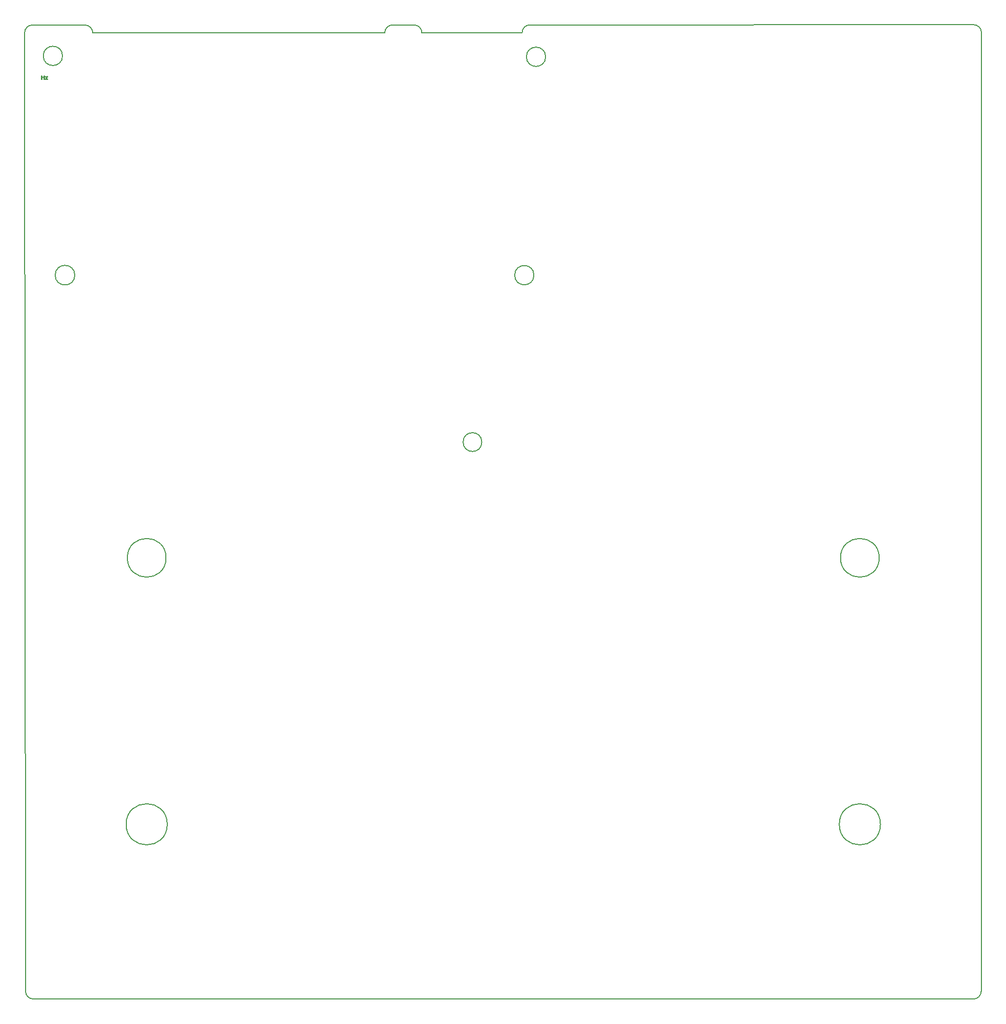
<source format=gbp>
G04 #@! TF.GenerationSoftware,KiCad,Pcbnew,(5.1.5)-3*
G04 #@! TF.CreationDate,2020-08-17T08:43:25+02:00*
G04 #@! TF.ProjectId,carecasetester,63617265-6361-4736-9574-65737465722e,rev?*
G04 #@! TF.SameCoordinates,Original*
G04 #@! TF.FileFunction,Paste,Bot*
G04 #@! TF.FilePolarity,Positive*
%FSLAX46Y46*%
G04 Gerber Fmt 4.6, Leading zero omitted, Abs format (unit mm)*
G04 Created by KiCad (PCBNEW (5.1.5)-3) date 2020-08-17 08:43:25*
%MOMM*%
%LPD*%
G04 APERTURE LIST*
G04 #@! TA.AperFunction,Profile*
%ADD10C,0.200000*%
G04 #@! TD*
%ADD11C,0.150000*%
G04 APERTURE END LIST*
D10*
X234040000Y-9300000D02*
X160610000Y-9330000D01*
X235330000Y-10590000D02*
X235290000Y-169120000D01*
X78440000Y-170400000D02*
X234000000Y-170410000D01*
X77000000Y-10640000D02*
X77150000Y-169110000D01*
X78290000Y-9350000D02*
X87000000Y-9350000D01*
X77000000Y-10640000D02*
G75*
G02X78290000Y-9350000I1290000J0D01*
G01*
X78440000Y-170400000D02*
G75*
G02X77150000Y-169110000I0J1290000D01*
G01*
X235290000Y-169120000D02*
G75*
G02X234000000Y-170410000I-1290000J0D01*
G01*
X234040000Y-9300000D02*
G75*
G02X235330000Y-10590000I0J-1290000D01*
G01*
X137890000Y-9330000D02*
X141450000Y-9330000D01*
X136600000Y-10620000D02*
X88290000Y-10640000D01*
X136600000Y-10620000D02*
G75*
G02X137890000Y-9330000I1290000J0D01*
G01*
X87000000Y-9350000D02*
G75*
G02X88290000Y-10640000I0J-1290000D01*
G01*
X142740000Y-10620000D02*
X159320000Y-10620000D01*
X159320000Y-10620000D02*
G75*
G02X160610000Y-9330000I1290000J0D01*
G01*
X141450000Y-9330000D02*
G75*
G02X142740000Y-10620000I0J-1290000D01*
G01*
X83280000Y-14450000D02*
G75*
G03X83280000Y-14450000I-1591897J0D01*
G01*
X163220000Y-14600000D02*
G75*
G03X163220000Y-14600000I-1590000J0D01*
G01*
X161280283Y-50710000D02*
G75*
G03X161280283Y-50710000I-1592180J0D01*
G01*
X85310123Y-50710000D02*
G75*
G03X85310123Y-50710000I-1622020J0D01*
G01*
X152660000Y-78311679D02*
G75*
G03X152660000Y-78311679I-1550000J0D01*
G01*
X100610000Y-141520000D02*
G75*
G03X100610000Y-141520000I-3400000J0D01*
G01*
X218610000Y-141520000D02*
G75*
G03X218610000Y-141520000I-3400000J0D01*
G01*
X218410000Y-97450000D02*
G75*
G03X218410000Y-97450000I-3200000J0D01*
G01*
X100410000Y-97450000D02*
G75*
G03X100410000Y-97450000I-3200000J0D01*
G01*
D11*
G04 #@! TO.C,REF\002A\002A*
G36*
X80839901Y-18230241D02*
G01*
X80844755Y-18230961D01*
X80849514Y-18232153D01*
X80854134Y-18233806D01*
X80858570Y-18235904D01*
X80862779Y-18238427D01*
X80866720Y-18241349D01*
X80870355Y-18244645D01*
X80873651Y-18248280D01*
X80876573Y-18252221D01*
X80879096Y-18256430D01*
X80881194Y-18260866D01*
X80882847Y-18265486D01*
X80884039Y-18270245D01*
X80884759Y-18275099D01*
X80885000Y-18280000D01*
X80885000Y-18380000D01*
X80884759Y-18384901D01*
X80884039Y-18389755D01*
X80882847Y-18394514D01*
X80881194Y-18399134D01*
X80879096Y-18403570D01*
X80876573Y-18407779D01*
X80873651Y-18411720D01*
X80870355Y-18415355D01*
X80866720Y-18418651D01*
X80862779Y-18421573D01*
X80858570Y-18424096D01*
X80854134Y-18426194D01*
X80849514Y-18427847D01*
X80844755Y-18429039D01*
X80839901Y-18429759D01*
X80835000Y-18430000D01*
X80185000Y-18430000D01*
X80180099Y-18429759D01*
X80175245Y-18429039D01*
X80170486Y-18427847D01*
X80165866Y-18426194D01*
X80161430Y-18424096D01*
X80157221Y-18421573D01*
X80153280Y-18418651D01*
X80149645Y-18415355D01*
X80146349Y-18411720D01*
X80143427Y-18407779D01*
X80140904Y-18403570D01*
X80138806Y-18399134D01*
X80137153Y-18394514D01*
X80135961Y-18389755D01*
X80135241Y-18384901D01*
X80135000Y-18380000D01*
X80135000Y-18280000D01*
X80135241Y-18275099D01*
X80135961Y-18270245D01*
X80137153Y-18265486D01*
X80138806Y-18260866D01*
X80140904Y-18256430D01*
X80143427Y-18252221D01*
X80146349Y-18248280D01*
X80149645Y-18244645D01*
X80153280Y-18241349D01*
X80157221Y-18238427D01*
X80161430Y-18235904D01*
X80165866Y-18233806D01*
X80170486Y-18232153D01*
X80175245Y-18230961D01*
X80180099Y-18230241D01*
X80185000Y-18230000D01*
X80835000Y-18230000D01*
X80839901Y-18230241D01*
G37*
G36*
X80594103Y-17984842D02*
G01*
X80598964Y-17985509D01*
X80603737Y-17986650D01*
X80608375Y-17988252D01*
X80612833Y-17990302D01*
X80617069Y-17992778D01*
X80621042Y-17995658D01*
X80624713Y-17998913D01*
X80628047Y-18002513D01*
X80885162Y-18308931D01*
X80888128Y-18312840D01*
X80890696Y-18317021D01*
X80892843Y-18321433D01*
X80894546Y-18326035D01*
X80895790Y-18330781D01*
X80896563Y-18335627D01*
X80896857Y-18340525D01*
X80896670Y-18345428D01*
X80896003Y-18350289D01*
X80894862Y-18355061D01*
X80893260Y-18359699D01*
X80891211Y-18364157D01*
X80888734Y-18368393D01*
X80885854Y-18372366D01*
X80882599Y-18376038D01*
X80878999Y-18379373D01*
X80802394Y-18443651D01*
X80798485Y-18446616D01*
X80794304Y-18449185D01*
X80789891Y-18451331D01*
X80785290Y-18453034D01*
X80780543Y-18454278D01*
X80775698Y-18455051D01*
X80770800Y-18455345D01*
X80765897Y-18455158D01*
X80761036Y-18454491D01*
X80756263Y-18453350D01*
X80751625Y-18451748D01*
X80747167Y-18449698D01*
X80742931Y-18447222D01*
X80738958Y-18444342D01*
X80735287Y-18441087D01*
X80731953Y-18437487D01*
X80474838Y-18131069D01*
X80471872Y-18127160D01*
X80469304Y-18122979D01*
X80467157Y-18118567D01*
X80465454Y-18113965D01*
X80464210Y-18109219D01*
X80463437Y-18104373D01*
X80463143Y-18099475D01*
X80463330Y-18094572D01*
X80463997Y-18089711D01*
X80465138Y-18084939D01*
X80466740Y-18080301D01*
X80468789Y-18075843D01*
X80471266Y-18071607D01*
X80474146Y-18067634D01*
X80477401Y-18063962D01*
X80481001Y-18060627D01*
X80557606Y-17996349D01*
X80561515Y-17993384D01*
X80565696Y-17990815D01*
X80570109Y-17988669D01*
X80574710Y-17986966D01*
X80579457Y-17985722D01*
X80584302Y-17984949D01*
X80589200Y-17984655D01*
X80594103Y-17984842D01*
G37*
G36*
X80849901Y-17800241D02*
G01*
X80854755Y-17800961D01*
X80859514Y-17802153D01*
X80864134Y-17803806D01*
X80868570Y-17805904D01*
X80872779Y-17808427D01*
X80876720Y-17811349D01*
X80880355Y-17814645D01*
X80883651Y-17818280D01*
X80886573Y-17822221D01*
X80889096Y-17826430D01*
X80891194Y-17830866D01*
X80892847Y-17835486D01*
X80894039Y-17840245D01*
X80894759Y-17845099D01*
X80895000Y-17850000D01*
X80895000Y-17950000D01*
X80894759Y-17954901D01*
X80894039Y-17959755D01*
X80892847Y-17964514D01*
X80891194Y-17969134D01*
X80889096Y-17973570D01*
X80886573Y-17977779D01*
X80883651Y-17981720D01*
X80880355Y-17985355D01*
X80876720Y-17988651D01*
X80872779Y-17991573D01*
X80868570Y-17994096D01*
X80864134Y-17996194D01*
X80859514Y-17997847D01*
X80854755Y-17999039D01*
X80849901Y-17999759D01*
X80845000Y-18000000D01*
X80195000Y-18000000D01*
X80190099Y-17999759D01*
X80185245Y-17999039D01*
X80180486Y-17997847D01*
X80175866Y-17996194D01*
X80171430Y-17994096D01*
X80167221Y-17991573D01*
X80163280Y-17988651D01*
X80159645Y-17985355D01*
X80156349Y-17981720D01*
X80153427Y-17977779D01*
X80150904Y-17973570D01*
X80148806Y-17969134D01*
X80147153Y-17964514D01*
X80145961Y-17959755D01*
X80145241Y-17954901D01*
X80145000Y-17950000D01*
X80145000Y-17850000D01*
X80145241Y-17845099D01*
X80145961Y-17840245D01*
X80147153Y-17835486D01*
X80148806Y-17830866D01*
X80150904Y-17826430D01*
X80153427Y-17822221D01*
X80156349Y-17818280D01*
X80159645Y-17814645D01*
X80163280Y-17811349D01*
X80167221Y-17808427D01*
X80171430Y-17805904D01*
X80175866Y-17803806D01*
X80180486Y-17802153D01*
X80185245Y-17800961D01*
X80190099Y-17800241D01*
X80195000Y-17800000D01*
X80845000Y-17800000D01*
X80849901Y-17800241D01*
G37*
G36*
X80775698Y-17774949D02*
G01*
X80780544Y-17775722D01*
X80785290Y-17776966D01*
X80789892Y-17778669D01*
X80794304Y-17780816D01*
X80798485Y-17783384D01*
X80802394Y-17786349D01*
X80878999Y-17850627D01*
X80882599Y-17853962D01*
X80885854Y-17857633D01*
X80888734Y-17861606D01*
X80891210Y-17865842D01*
X80893260Y-17870300D01*
X80894862Y-17874938D01*
X80896003Y-17879711D01*
X80896670Y-17884572D01*
X80896857Y-17889475D01*
X80896563Y-17894373D01*
X80895790Y-17899218D01*
X80894546Y-17903965D01*
X80892843Y-17908566D01*
X80890697Y-17912979D01*
X80888128Y-17917160D01*
X80885162Y-17921069D01*
X80628047Y-18227487D01*
X80624713Y-18231087D01*
X80621041Y-18234342D01*
X80617068Y-18237222D01*
X80612832Y-18239699D01*
X80608374Y-18241748D01*
X80603736Y-18243350D01*
X80598964Y-18244491D01*
X80594103Y-18245158D01*
X80589200Y-18245345D01*
X80584302Y-18245051D01*
X80579456Y-18244278D01*
X80574710Y-18243034D01*
X80570108Y-18241331D01*
X80565696Y-18239184D01*
X80561515Y-18236616D01*
X80557606Y-18233651D01*
X80481001Y-18169373D01*
X80477401Y-18166038D01*
X80474146Y-18162367D01*
X80471266Y-18158394D01*
X80468790Y-18154158D01*
X80466740Y-18149700D01*
X80465138Y-18145062D01*
X80463997Y-18140289D01*
X80463330Y-18135428D01*
X80463143Y-18130525D01*
X80463437Y-18125627D01*
X80464210Y-18120782D01*
X80465454Y-18116035D01*
X80467157Y-18111434D01*
X80469303Y-18107021D01*
X80471872Y-18102840D01*
X80474838Y-18098931D01*
X80731953Y-17792513D01*
X80735287Y-17788913D01*
X80738959Y-17785658D01*
X80742932Y-17782778D01*
X80747168Y-17780301D01*
X80751626Y-17778252D01*
X80756264Y-17776650D01*
X80761036Y-17775509D01*
X80765897Y-17774842D01*
X80770800Y-17774655D01*
X80775698Y-17774949D01*
G37*
G36*
X79824373Y-17693437D02*
G01*
X79829218Y-17694210D01*
X79833965Y-17695454D01*
X79838566Y-17697157D01*
X79842979Y-17699303D01*
X79847160Y-17701872D01*
X79851069Y-17704838D01*
X80157487Y-17961953D01*
X80161087Y-17965287D01*
X80164342Y-17968959D01*
X80167222Y-17972932D01*
X80169699Y-17977168D01*
X80171748Y-17981626D01*
X80173350Y-17986264D01*
X80174491Y-17991036D01*
X80175158Y-17995897D01*
X80175345Y-18000800D01*
X80175051Y-18005698D01*
X80174278Y-18010544D01*
X80173034Y-18015290D01*
X80171331Y-18019892D01*
X80169184Y-18024304D01*
X80166616Y-18028485D01*
X80163651Y-18032394D01*
X80099373Y-18108999D01*
X80096038Y-18112599D01*
X80092367Y-18115854D01*
X80088394Y-18118734D01*
X80084158Y-18121210D01*
X80079700Y-18123260D01*
X80075062Y-18124862D01*
X80070289Y-18126003D01*
X80065428Y-18126670D01*
X80060525Y-18126857D01*
X80055627Y-18126563D01*
X80050782Y-18125790D01*
X80046035Y-18124546D01*
X80041434Y-18122843D01*
X80037021Y-18120697D01*
X80032840Y-18118128D01*
X80028931Y-18115162D01*
X79722513Y-17858047D01*
X79718913Y-17854713D01*
X79715658Y-17851041D01*
X79712778Y-17847068D01*
X79710301Y-17842832D01*
X79708252Y-17838374D01*
X79706650Y-17833736D01*
X79705509Y-17828964D01*
X79704842Y-17824103D01*
X79704655Y-17819200D01*
X79704949Y-17814302D01*
X79705722Y-17809456D01*
X79706966Y-17804710D01*
X79708669Y-17800108D01*
X79710816Y-17795696D01*
X79713384Y-17791515D01*
X79716349Y-17787606D01*
X79780627Y-17711001D01*
X79783962Y-17707401D01*
X79787633Y-17704146D01*
X79791606Y-17701266D01*
X79795842Y-17698790D01*
X79800300Y-17696740D01*
X79804938Y-17695138D01*
X79809711Y-17693997D01*
X79814572Y-17693330D01*
X79819475Y-17693143D01*
X79824373Y-17693437D01*
G37*
G36*
X79884901Y-17695241D02*
G01*
X79889755Y-17695961D01*
X79894514Y-17697153D01*
X79899134Y-17698806D01*
X79903570Y-17700904D01*
X79907779Y-17703427D01*
X79911720Y-17706349D01*
X79915355Y-17709645D01*
X79918651Y-17713280D01*
X79921573Y-17717221D01*
X79924096Y-17721430D01*
X79926194Y-17725866D01*
X79927847Y-17730486D01*
X79929039Y-17735245D01*
X79929759Y-17740099D01*
X79930000Y-17745000D01*
X79930000Y-18395000D01*
X79929759Y-18399901D01*
X79929039Y-18404755D01*
X79927847Y-18409514D01*
X79926194Y-18414134D01*
X79924096Y-18418570D01*
X79921573Y-18422779D01*
X79918651Y-18426720D01*
X79915355Y-18430355D01*
X79911720Y-18433651D01*
X79907779Y-18436573D01*
X79903570Y-18439096D01*
X79899134Y-18441194D01*
X79894514Y-18442847D01*
X79889755Y-18444039D01*
X79884901Y-18444759D01*
X79880000Y-18445000D01*
X79780000Y-18445000D01*
X79775099Y-18444759D01*
X79770245Y-18444039D01*
X79765486Y-18442847D01*
X79760866Y-18441194D01*
X79756430Y-18439096D01*
X79752221Y-18436573D01*
X79748280Y-18433651D01*
X79744645Y-18430355D01*
X79741349Y-18426720D01*
X79738427Y-18422779D01*
X79735904Y-18418570D01*
X79733806Y-18414134D01*
X79732153Y-18409514D01*
X79730961Y-18404755D01*
X79730241Y-18399901D01*
X79730000Y-18395000D01*
X79730000Y-17745000D01*
X79730241Y-17740099D01*
X79730961Y-17735245D01*
X79732153Y-17730486D01*
X79733806Y-17725866D01*
X79735904Y-17721430D01*
X79738427Y-17717221D01*
X79741349Y-17713280D01*
X79744645Y-17709645D01*
X79748280Y-17706349D01*
X79752221Y-17703427D01*
X79756430Y-17700904D01*
X79760866Y-17698806D01*
X79765486Y-17697153D01*
X79770245Y-17695961D01*
X79775099Y-17695241D01*
X79780000Y-17695000D01*
X79880000Y-17695000D01*
X79884901Y-17695241D01*
G37*
G36*
X80275428Y-17693330D02*
G01*
X80280289Y-17693997D01*
X80285061Y-17695138D01*
X80289699Y-17696740D01*
X80294157Y-17698789D01*
X80298393Y-17701266D01*
X80302366Y-17704146D01*
X80306038Y-17707401D01*
X80309373Y-17711001D01*
X80373651Y-17787606D01*
X80376616Y-17791515D01*
X80379185Y-17795696D01*
X80381331Y-17800109D01*
X80383034Y-17804710D01*
X80384278Y-17809457D01*
X80385051Y-17814302D01*
X80385345Y-17819200D01*
X80385158Y-17824103D01*
X80384491Y-17828964D01*
X80383350Y-17833737D01*
X80381748Y-17838375D01*
X80379698Y-17842833D01*
X80377222Y-17847069D01*
X80374342Y-17851042D01*
X80371087Y-17854713D01*
X80367487Y-17858047D01*
X80061069Y-18115162D01*
X80057160Y-18118128D01*
X80052979Y-18120696D01*
X80048567Y-18122843D01*
X80043965Y-18124546D01*
X80039219Y-18125790D01*
X80034373Y-18126563D01*
X80029475Y-18126857D01*
X80024572Y-18126670D01*
X80019711Y-18126003D01*
X80014939Y-18124862D01*
X80010301Y-18123260D01*
X80005843Y-18121211D01*
X80001607Y-18118734D01*
X79997634Y-18115854D01*
X79993962Y-18112599D01*
X79990627Y-18108999D01*
X79926349Y-18032394D01*
X79923384Y-18028485D01*
X79920815Y-18024304D01*
X79918669Y-18019891D01*
X79916966Y-18015290D01*
X79915722Y-18010543D01*
X79914949Y-18005698D01*
X79914655Y-18000800D01*
X79914842Y-17995897D01*
X79915509Y-17991036D01*
X79916650Y-17986263D01*
X79918252Y-17981625D01*
X79920302Y-17977167D01*
X79922778Y-17972931D01*
X79925658Y-17968958D01*
X79928913Y-17965287D01*
X79932513Y-17961953D01*
X80238931Y-17704838D01*
X80242840Y-17701872D01*
X80247021Y-17699304D01*
X80251433Y-17697157D01*
X80256035Y-17695454D01*
X80260781Y-17694210D01*
X80265627Y-17693437D01*
X80270525Y-17693143D01*
X80275428Y-17693330D01*
G37*
G36*
X80314901Y-17705241D02*
G01*
X80319755Y-17705961D01*
X80324514Y-17707153D01*
X80329134Y-17708806D01*
X80333570Y-17710904D01*
X80337779Y-17713427D01*
X80341720Y-17716349D01*
X80345355Y-17719645D01*
X80348651Y-17723280D01*
X80351573Y-17727221D01*
X80354096Y-17731430D01*
X80356194Y-17735866D01*
X80357847Y-17740486D01*
X80359039Y-17745245D01*
X80359759Y-17750099D01*
X80360000Y-17755000D01*
X80360000Y-18405000D01*
X80359759Y-18409901D01*
X80359039Y-18414755D01*
X80357847Y-18419514D01*
X80356194Y-18424134D01*
X80354096Y-18428570D01*
X80351573Y-18432779D01*
X80348651Y-18436720D01*
X80345355Y-18440355D01*
X80341720Y-18443651D01*
X80337779Y-18446573D01*
X80333570Y-18449096D01*
X80329134Y-18451194D01*
X80324514Y-18452847D01*
X80319755Y-18454039D01*
X80314901Y-18454759D01*
X80310000Y-18455000D01*
X80210000Y-18455000D01*
X80205099Y-18454759D01*
X80200245Y-18454039D01*
X80195486Y-18452847D01*
X80190866Y-18451194D01*
X80186430Y-18449096D01*
X80182221Y-18446573D01*
X80178280Y-18443651D01*
X80174645Y-18440355D01*
X80171349Y-18436720D01*
X80168427Y-18432779D01*
X80165904Y-18428570D01*
X80163806Y-18424134D01*
X80162153Y-18419514D01*
X80160961Y-18414755D01*
X80160241Y-18409901D01*
X80160000Y-18405000D01*
X80160000Y-17755000D01*
X80160241Y-17750099D01*
X80160961Y-17745245D01*
X80162153Y-17740486D01*
X80163806Y-17735866D01*
X80165904Y-17731430D01*
X80168427Y-17727221D01*
X80171349Y-17723280D01*
X80174645Y-17719645D01*
X80178280Y-17716349D01*
X80182221Y-17713427D01*
X80186430Y-17710904D01*
X80190866Y-17708806D01*
X80195486Y-17707153D01*
X80200245Y-17705961D01*
X80205099Y-17705241D01*
X80210000Y-17705000D01*
X80310000Y-17705000D01*
X80314901Y-17705241D01*
G37*
G04 #@! TD*
M02*

</source>
